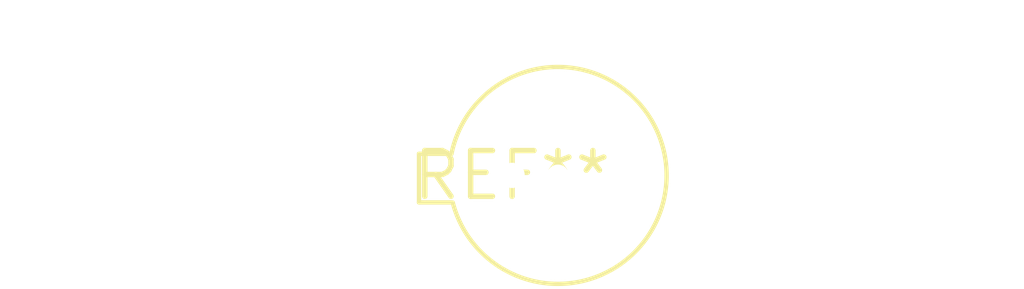
<source format=kicad_pcb>
(kicad_pcb (version 20240108) (generator pcbnew)
  (layers (0 "F.Cu" signal) (31 "B.Cu" signal) (34 "B.Paste" user) (35 "F.Paste" user) (36 "B.SilkS" user "B.Silkscreen") (37 "F.SilkS" user "F.Silkscreen") (38 "B.Mask" user) (39 "F.Mask" user) (44 "Edge.Cuts" user))
  (net 0 "")
  (footprint "TO-46-2_Pin2Center_Window" (layer "F.Cu") (at 0 0)
    (property "Reference" "REF**")
    (property "Value" "TO-46-2_Pin2Center_Window")
    (fp_line (start -2.58 -0.6) (end -2.58 0.75) (layer "F.SilkS") (stroke (width 0.12)))
    (fp_line (start -2.58 0.75) (end -1.68 0.75) (layer "F.SilkS") (stroke (width 0.12)))
    (fp_line (start -1.68 -0.6) (end -2.58 -0.6) (layer "F.SilkS") (stroke (width 0.12)))
    (fp_arc (start -1.68 -0.6) (mid 4.279362 -0.078983) (end -1.644465 0.753918) (layer "F.SilkS") (stroke (width 0.12)))
    (pad "1" thru_hole oval (at 0 0 90) (size 1.5 1) (drill 0.7) (layers *.Cu *.Mask) (remove_unused_layers))
    (pad "2" thru_hole oval (at 1.27 0) (size 1 1) (drill 0.6) (layers *.Cu *.Mask) (remove_unused_layers))
  )
)
</source>
